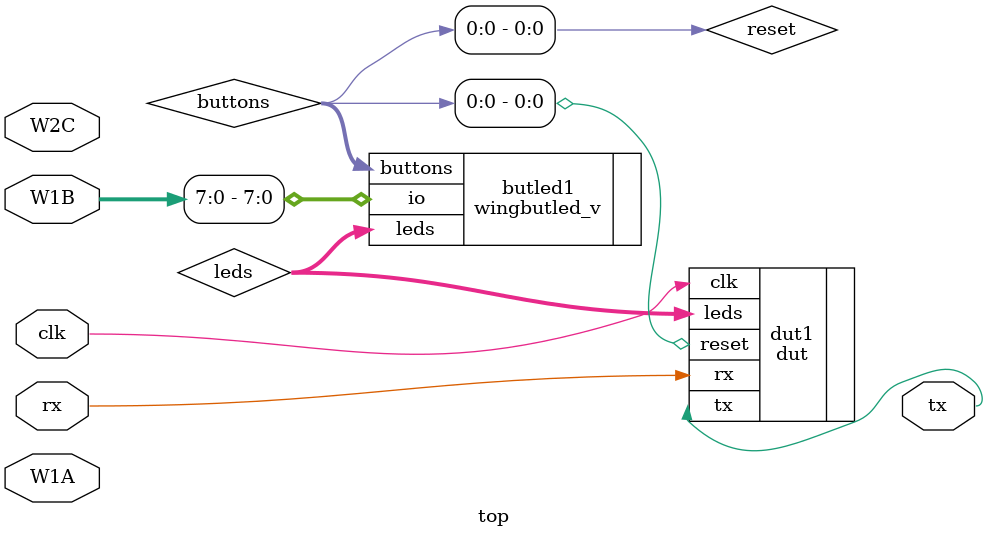
<source format=v>
module top #(
    parameter integer SHIFT = 23, // Counter shift to increment the address
    parameter integer BOARD_CK = 32000000,
    parameter INIT_FILE = "../darkriscv/src/darksocv_padded.hex"
) (
    input rx,
    output tx,
    inout [15:0] W1A,
    inout [15:0] W1B,
    inout [15:0] W2C,
    input clk
);
    wire [3:0] buttons;
    wire [3:0] leds;
    wire reset;
    assign reset = buttons[0];
    wingbutled_v butled1 (
        .io(W1B[7:0]),
        .buttons(buttons),
        .leds(leds)
    );
    dut #(.SHIFT(SHIFT), .BOARD_CK(BOARD_CK), .INIT_FILE(INIT_FILE)) dut1 (
        .rx(rx),
        .tx(tx),
        .leds(leds),
        .reset(reset),
        .clk(clk)
    );
endmodule

</source>
